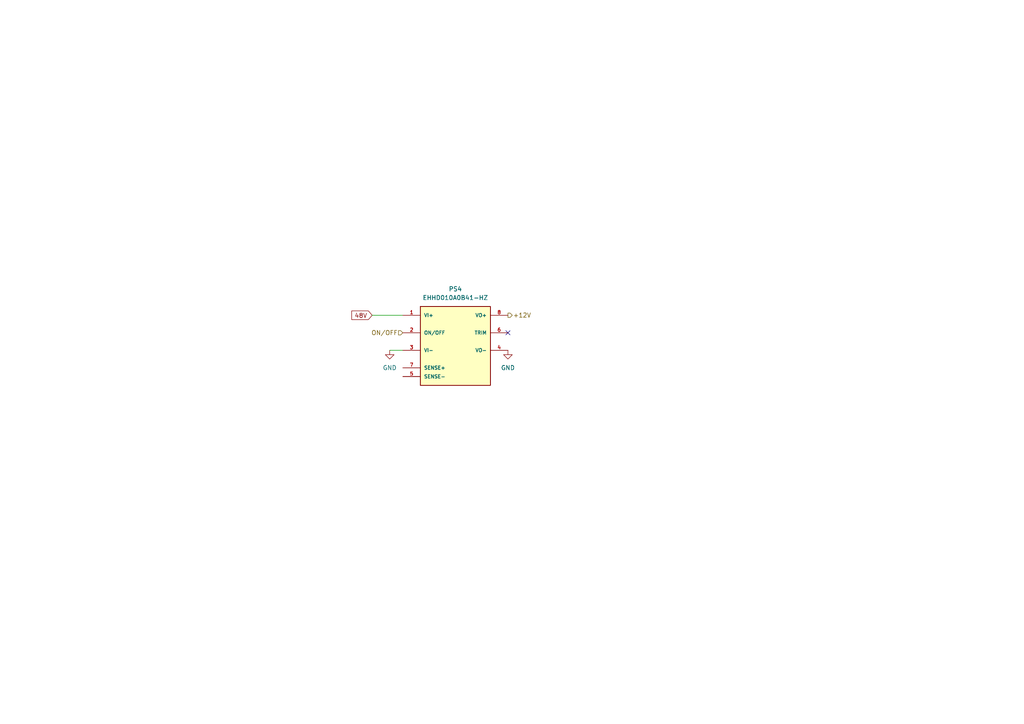
<source format=kicad_sch>
(kicad_sch (version 20230121) (generator eeschema)

  (uuid aa313885-6347-43cb-8ad3-dbc918f51d26)

  (paper "A4")

  (lib_symbols
    (symbol "BCRL_power_supply:EHHD010A0B41-HZ" (pin_names (offset 1.016)) (in_bom yes) (on_board yes)
      (property "Reference" "PS" (at -10.16 13.462 0)
        (effects (font (size 1.27 1.27)) (justify left bottom))
      )
      (property "Value" "EHHD010A0B41-HZ" (at -10.16 -12.7 0)
        (effects (font (size 1.27 1.27)) (justify left bottom))
      )
      (property "Footprint" "" (at 0 0 0)
        (effects (font (size 1.27 1.27)) (justify bottom) hide)
      )
      (property "Datasheet" "" (at 0 0 0)
        (effects (font (size 1.27 1.27)) hide)
      )
      (property "DigiKey_Part_Number" "" (at 0 0 0)
        (effects (font (size 1.27 1.27)) (justify bottom) hide)
      )
      (property "SnapEDA_Link" "" (at 0 0 0)
        (effects (font (size 1.27 1.27)) (justify bottom) hide)
      )
      (property "MAXIMUM_PACKAGE_HEIGHT" "12.7mm" (at 0 6.35 0)
        (effects (font (size 1.27 1.27)) (justify bottom) hide)
      )
      (property "Package" "DIP-8 ABB Embedded Power" (at 1.27 2.54 0)
        (effects (font (size 1.27 1.27)) (justify bottom) hide)
      )
      (property "Check_prices" "" (at 0 0 0)
        (effects (font (size 1.27 1.27)) (justify bottom) hide)
      )
      (property "STANDARD" "" (at 12.7 16.51 0)
        (effects (font (size 1.27 1.27)) (justify bottom) hide)
      )
      (property "PARTREV" "" (at 0 0 0)
        (effects (font (size 1.27 1.27)) (justify bottom) hide)
      )
      (property "MF" "" (at 0 2.54 0)
        (effects (font (size 1.27 1.27)) (justify bottom) hide)
      )
      (property "MP" "" (at 0 0 0)
        (effects (font (size 1.27 1.27)) (justify bottom) hide)
      )
      (property "Description" "out=12V/10A in=18V-75V \n" (at 1.27 -2.54 0)
        (effects (font (size 1.27 1.27)) (justify bottom) hide)
      )
      (property "MANUFACTURER" "GE" (at 0 8.89 0)
        (effects (font (size 1.27 1.27)) (justify bottom) hide)
      )
      (symbol "EHHD010A0B41-HZ_0_0"
        (rectangle (start -10.16 12.7) (end 10.16 -10.16)
          (stroke (width 0.254) (type default))
          (fill (type background))
        )
        (pin input line (at -15.24 10.16 0) (length 5.08)
          (name "VI+" (effects (font (size 1.016 1.016))))
          (number "1" (effects (font (size 1.016 1.016))))
        )
        (pin input line (at -15.24 5.08 0) (length 5.08)
          (name "ON/OFF" (effects (font (size 1.016 1.016))))
          (number "2" (effects (font (size 1.016 1.016))))
        )
        (pin input line (at -15.24 0 0) (length 5.08)
          (name "VI-" (effects (font (size 1.016 1.016))))
          (number "3" (effects (font (size 1.016 1.016))))
        )
        (pin output line (at 15.24 0 180) (length 5.08)
          (name "VO-" (effects (font (size 1.016 1.016))))
          (number "4" (effects (font (size 1.016 1.016))))
        )
        (pin input line (at -15.24 -7.62 0) (length 5.08)
          (name "SENSE-" (effects (font (size 1.016 1.016))))
          (number "5" (effects (font (size 1.016 1.016))))
        )
        (pin input line (at 15.24 5.08 180) (length 5.08)
          (name "TRIM" (effects (font (size 1.016 1.016))))
          (number "6" (effects (font (size 1.016 1.016))))
        )
        (pin input line (at -15.24 -5.08 0) (length 5.08)
          (name "SENSE+" (effects (font (size 1.016 1.016))))
          (number "7" (effects (font (size 1.016 1.016))))
        )
        (pin output line (at 15.24 10.16 180) (length 5.08)
          (name "VO+" (effects (font (size 1.016 1.016))))
          (number "8" (effects (font (size 1.016 1.016))))
        )
      )
    )
    (symbol "power:GND" (power) (pin_names (offset 0)) (in_bom yes) (on_board yes)
      (property "Reference" "#PWR" (at 0 -6.35 0)
        (effects (font (size 1.27 1.27)) hide)
      )
      (property "Value" "GND" (at 0 -3.81 0)
        (effects (font (size 1.27 1.27)))
      )
      (property "Footprint" "" (at 0 0 0)
        (effects (font (size 1.27 1.27)) hide)
      )
      (property "Datasheet" "" (at 0 0 0)
        (effects (font (size 1.27 1.27)) hide)
      )
      (property "ki_keywords" "global power" (at 0 0 0)
        (effects (font (size 1.27 1.27)) hide)
      )
      (property "ki_description" "Power symbol creates a global label with name \"GND\" , ground" (at 0 0 0)
        (effects (font (size 1.27 1.27)) hide)
      )
      (symbol "GND_0_1"
        (polyline
          (pts
            (xy 0 0)
            (xy 0 -1.27)
            (xy 1.27 -1.27)
            (xy 0 -2.54)
            (xy -1.27 -1.27)
            (xy 0 -1.27)
          )
          (stroke (width 0) (type default))
          (fill (type none))
        )
      )
      (symbol "GND_1_1"
        (pin power_in line (at 0 0 270) (length 0) hide
          (name "GND" (effects (font (size 1.27 1.27))))
          (number "1" (effects (font (size 1.27 1.27))))
        )
      )
    )
  )


  (no_connect (at 147.32 96.52) (uuid c3f55416-8929-4f6f-ab48-e804619ba4ec))

  (wire (pts (xy 107.95 91.44) (xy 116.84 91.44))
    (stroke (width 0) (type default))
    (uuid 4003b00a-07f8-4577-9857-ab00f4f8973f)
  )
  (wire (pts (xy 113.03 101.6) (xy 116.84 101.6))
    (stroke (width 0) (type default))
    (uuid babfd1aa-b89f-449e-801c-bfa9fcedb555)
  )

  (global_label "48V" (shape input) (at 107.95 91.44 180) (fields_autoplaced)
    (effects (font (size 1.27 1.27)) (justify right))
    (uuid b74bd73b-d403-4612-a5d3-b68729a8c7b2)
    (property "Intersheetrefs" "${INTERSHEET_REFS}" (at 101.4572 91.44 0)
      (effects (font (size 1.27 1.27)) (justify right) hide)
    )
  )

  (hierarchical_label "ON{slash}OFF" (shape input) (at 116.84 96.52 180) (fields_autoplaced)
    (effects (font (size 1.27 1.27)) (justify right))
    (uuid 569fa0d6-2cd3-440a-8de8-b688ae3833f0)
  )
  (hierarchical_label "+12V" (shape output) (at 147.32 91.44 0) (fields_autoplaced)
    (effects (font (size 1.27 1.27)) (justify left))
    (uuid 8c9b270e-ab02-4241-8fbf-384c1af773c3)
  )

  (symbol (lib_id "power:GND") (at 147.32 101.6 0) (unit 1)
    (in_bom yes) (on_board yes) (dnp no) (fields_autoplaced)
    (uuid 05579ecf-27da-4e40-9dc6-a15d1629ad93)
    (property "Reference" "#PWR066" (at 147.32 107.95 0)
      (effects (font (size 1.27 1.27)) hide)
    )
    (property "Value" "GND" (at 147.32 106.68 0)
      (effects (font (size 1.27 1.27)))
    )
    (property "Footprint" "" (at 147.32 101.6 0)
      (effects (font (size 1.27 1.27)) hide)
    )
    (property "Datasheet" "" (at 147.32 101.6 0)
      (effects (font (size 1.27 1.27)) hide)
    )
    (pin "1" (uuid 2cc7f900-1211-4685-88e8-b79cba1e24b1))
    (instances
      (project "bcrl_power_supply"
        (path "/77f0f57c-9586-4625-9281-fa8cbd8015db/94fee228-5462-46f6-ad6c-1e47c0f1b343/b51a450f-a417-4376-bdb4-fbea692f0aa4"
          (reference "#PWR066") (unit 1)
        )
        (path "/77f0f57c-9586-4625-9281-fa8cbd8015db/86d69f20-72a8-480c-899a-1cc522974f16/8cfea22d-80b8-49d7-b970-46c0a7f512d1"
          (reference "#PWR0145") (unit 1)
        )
      )
    )
  )

  (symbol (lib_id "power:GND") (at 113.03 101.6 0) (unit 1)
    (in_bom yes) (on_board yes) (dnp no) (fields_autoplaced)
    (uuid 3d30e862-8506-45f5-9aa7-9664f6392da9)
    (property "Reference" "#PWR065" (at 113.03 107.95 0)
      (effects (font (size 1.27 1.27)) hide)
    )
    (property "Value" "GND" (at 113.03 106.68 0)
      (effects (font (size 1.27 1.27)))
    )
    (property "Footprint" "" (at 113.03 101.6 0)
      (effects (font (size 1.27 1.27)) hide)
    )
    (property "Datasheet" "" (at 113.03 101.6 0)
      (effects (font (size 1.27 1.27)) hide)
    )
    (pin "1" (uuid aa1bcf62-95af-412e-b812-cb1d5daadf8a))
    (instances
      (project "bcrl_power_supply"
        (path "/77f0f57c-9586-4625-9281-fa8cbd8015db/94fee228-5462-46f6-ad6c-1e47c0f1b343/b51a450f-a417-4376-bdb4-fbea692f0aa4"
          (reference "#PWR065") (unit 1)
        )
        (path "/77f0f57c-9586-4625-9281-fa8cbd8015db/86d69f20-72a8-480c-899a-1cc522974f16/8cfea22d-80b8-49d7-b970-46c0a7f512d1"
          (reference "#PWR0144") (unit 1)
        )
      )
    )
  )

  (symbol (lib_id "BCRL_power_supply:EHHD010A0B41-HZ") (at 132.08 101.6 0) (unit 1)
    (in_bom yes) (on_board yes) (dnp no) (fields_autoplaced)
    (uuid 915ed905-5d22-4c3f-bf81-0674fbd8bf4a)
    (property "Reference" "PS4" (at 132.08 83.82 0)
      (effects (font (size 1.27 1.27)))
    )
    (property "Value" "EHHD010A0B41-HZ" (at 132.08 86.36 0)
      (effects (font (size 1.27 1.27)))
    )
    (property "Footprint" "BCRL_power_supply:CONV_EHHD010A0B41-HZ" (at 132.08 101.6 0)
      (effects (font (size 1.27 1.27)) (justify bottom) hide)
    )
    (property "Datasheet" "" (at 132.08 101.6 0)
      (effects (font (size 1.27 1.27)) hide)
    )
    (property "DigiKey_Part_Number" "" (at 132.08 101.6 0)
      (effects (font (size 1.27 1.27)) (justify bottom) hide)
    )
    (property "SnapEDA_Link" "" (at 132.08 101.6 0)
      (effects (font (size 1.27 1.27)) (justify bottom) hide)
    )
    (property "MAXIMUM_PACKAGE_HEIGHT" "12.7mm" (at 132.08 95.25 0)
      (effects (font (size 1.27 1.27)) (justify bottom) hide)
    )
    (property "Package" "DIP-8 ABB Embedded Power" (at 133.35 99.06 0)
      (effects (font (size 1.27 1.27)) (justify bottom) hide)
    )
    (property "Check_prices" "" (at 132.08 101.6 0)
      (effects (font (size 1.27 1.27)) (justify bottom) hide)
    )
    (property "STANDARD" "" (at 144.78 85.09 0)
      (effects (font (size 1.27 1.27)) (justify bottom) hide)
    )
    (property "PARTREV" "" (at 132.08 101.6 0)
      (effects (font (size 1.27 1.27)) (justify bottom) hide)
    )
    (property "MF" "" (at 132.08 99.06 0)
      (effects (font (size 1.27 1.27)) (justify bottom) hide)
    )
    (property "MP" "" (at 132.08 101.6 0)
      (effects (font (size 1.27 1.27)) (justify bottom) hide)
    )
    (property "Description" "out=12V/10A in=18V-75V \n" (at 133.35 104.14 0)
      (effects (font (size 1.27 1.27)) (justify bottom) hide)
    )
    (property "MANUFACTURER" "GE" (at 132.08 92.71 0)
      (effects (font (size 1.27 1.27)) (justify bottom) hide)
    )
    (pin "7" (uuid f14e6f79-c030-4eb9-bd25-3e60785e7dd2))
    (pin "8" (uuid e34ceefc-9136-4cf8-aab3-8281a0856a08))
    (pin "6" (uuid d0f8b268-59b7-4a4e-ab8a-866578bddbd8))
    (pin "3" (uuid 6b1a296b-9c78-48b2-827c-3dc4103a1880))
    (pin "2" (uuid 99997944-f654-4fb9-ab98-021b66ec82e4))
    (pin "4" (uuid 8b5a3e61-7732-4366-9bea-42e2f3c681ab))
    (pin "5" (uuid 2cdfbad5-d9a9-47e1-a39f-648f05c7e39b))
    (pin "1" (uuid 94c0bbee-5646-4ae2-9a5b-5b669a59bd92))
    (instances
      (project "bcrl_power_supply"
        (path "/77f0f57c-9586-4625-9281-fa8cbd8015db/94fee228-5462-46f6-ad6c-1e47c0f1b343/b51a450f-a417-4376-bdb4-fbea692f0aa4"
          (reference "PS4") (unit 1)
        )
        (path "/77f0f57c-9586-4625-9281-fa8cbd8015db/86d69f20-72a8-480c-899a-1cc522974f16/8cfea22d-80b8-49d7-b970-46c0a7f512d1"
          (reference "PS14") (unit 1)
        )
      )
    )
  )
)

</source>
